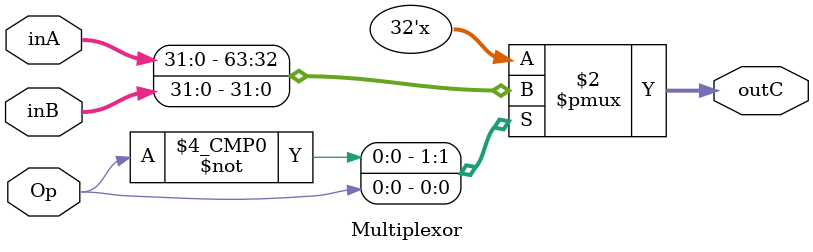
<source format=v>
`timescale 1ns/1ns

module Multiplexor(
    input [31:0]inA,
    input [31:0]inB,
    input Op,
    output reg[31:0]outC
);

always @*
begin
    case (Op)
        1'b0:
        begin
            outC=inA;
        end
        1'b1:
        begin
            outC=inB;
        end
    endcase
end 

endmodule

</source>
